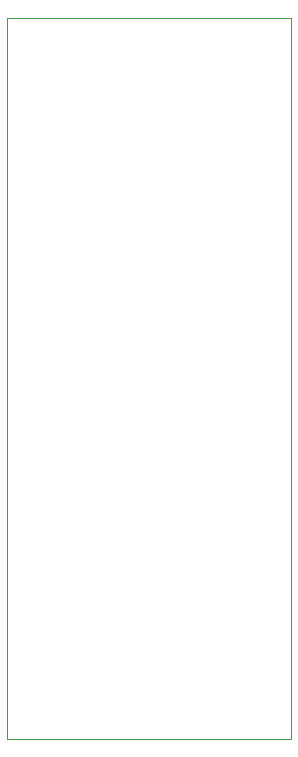
<source format=gbr>
%TF.GenerationSoftware,KiCad,Pcbnew,9.0.6*%
%TF.CreationDate,2026-01-24T14:46:46+01:00*%
%TF.ProjectId,Brushless motor test board,42727573-686c-4657-9373-206d6f746f72,rev?*%
%TF.SameCoordinates,Original*%
%TF.FileFunction,Profile,NP*%
%FSLAX46Y46*%
G04 Gerber Fmt 4.6, Leading zero omitted, Abs format (unit mm)*
G04 Created by KiCad (PCBNEW 9.0.6) date 2026-01-24 14:46:46*
%MOMM*%
%LPD*%
G01*
G04 APERTURE LIST*
%TA.AperFunction,Profile*%
%ADD10C,0.050000*%
%TD*%
G04 APERTURE END LIST*
D10*
X130000000Y-32000000D02*
X106000000Y-32000000D01*
X130000000Y-93000000D02*
X130000000Y-32000000D01*
X106000000Y-93000000D02*
X130000000Y-93000000D01*
X106000000Y-32000000D02*
X106000000Y-93000000D01*
M02*

</source>
